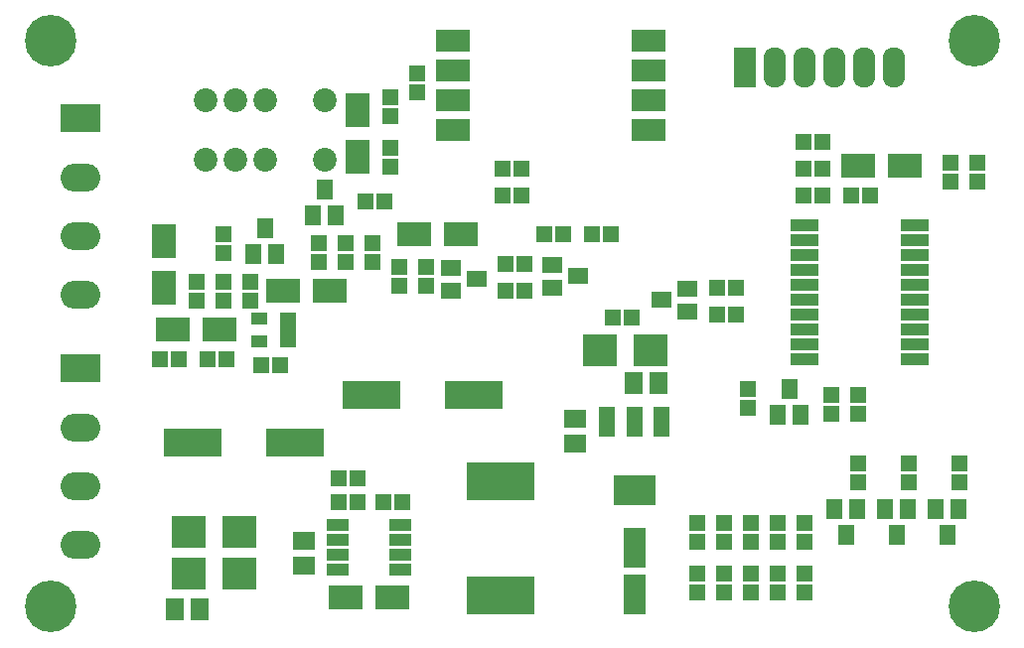
<source format=gts>
G04 #@! TF.GenerationSoftware,KiCad,Pcbnew,5.0.0-fee4fd1~66~ubuntu18.04.1*
G04 #@! TF.CreationDate,2018-12-28T16:36:32-07:00*
G04 #@! TF.ProjectId,transceiver_test,7472616E736365697665725F74657374,rev?*
G04 #@! TF.SameCoordinates,Original*
G04 #@! TF.FileFunction,Soldermask,Top*
G04 #@! TF.FilePolarity,Negative*
%FSLAX46Y46*%
G04 Gerber Fmt 4.6, Leading zero omitted, Abs format (unit mm)*
G04 Created by KiCad (PCBNEW 5.0.0-fee4fd1~66~ubuntu18.04.1) date Fri Dec 28 16:36:32 2018*
%MOMM*%
%LPD*%
G01*
G04 APERTURE LIST*
%ADD10R,1.350000X1.400000*%
%ADD11R,1.400000X1.350000*%
%ADD12R,5.000000X2.400000*%
%ADD13R,1.850000X1.550000*%
%ADD14R,1.900000X3.400000*%
%ADD15R,1.550000X1.850000*%
%ADD16R,2.100000X2.900000*%
%ADD17R,2.900000X2.100000*%
%ADD18R,2.900000X2.700000*%
%ADD19R,3.400000X2.400000*%
%ADD20O,3.400000X2.400000*%
%ADD21R,1.924000X3.448000*%
%ADD22O,1.924000X3.448000*%
%ADD23R,5.800000X3.300000*%
%ADD24R,1.400000X1.800000*%
%ADD25R,1.800000X1.400000*%
%ADD26C,2.025000*%
%ADD27R,1.400000X1.100000*%
%ADD28R,2.350000X1.000000*%
%ADD29R,2.940000X1.920000*%
%ADD30R,1.950000X1.000000*%
%ADD31R,1.350000X2.550000*%
%ADD32R,3.650000X2.550000*%
%ADD33C,4.400000*%
G04 APERTURE END LIST*
D10*
G04 #@! TO.C,C1*
X27686000Y-57721000D03*
X27686000Y-56071000D03*
G04 #@! TD*
G04 #@! TO.C,C2*
X38100000Y-52769000D03*
X38100000Y-54419000D03*
G04 #@! TD*
D11*
G04 #@! TO.C,C3*
X26225000Y-62738000D03*
X24575000Y-62738000D03*
G04 #@! TD*
D10*
G04 #@! TO.C,C4*
X42672000Y-54419000D03*
X42672000Y-52769000D03*
G04 #@! TD*
D11*
G04 #@! TO.C,C5*
X34861000Y-63246000D03*
X33211000Y-63246000D03*
G04 #@! TD*
D10*
G04 #@! TO.C,C6*
X47244000Y-54801000D03*
X47244000Y-56451000D03*
G04 #@! TD*
D11*
G04 #@! TO.C,C7*
X79439000Y-48768000D03*
X81089000Y-48768000D03*
G04 #@! TD*
D10*
G04 #@! TO.C,C8*
X74676000Y-65215000D03*
X74676000Y-66865000D03*
G04 #@! TD*
D11*
G04 #@! TO.C,C9*
X85153000Y-48768000D03*
X83503000Y-48768000D03*
G04 #@! TD*
D10*
G04 #@! TO.C,C10*
X46482000Y-38291000D03*
X46482000Y-39941000D03*
G04 #@! TD*
D12*
G04 #@! TO.C,C11*
X27400000Y-69850000D03*
X36100000Y-69850000D03*
G04 #@! TD*
D11*
G04 #@! TO.C,C12*
X45275000Y-74930000D03*
X43625000Y-74930000D03*
G04 #@! TD*
D12*
G04 #@! TO.C,C13*
X51340000Y-65786000D03*
X42640000Y-65786000D03*
G04 #@! TD*
D13*
G04 #@! TO.C,C14*
X59944000Y-69859000D03*
X59944000Y-67809000D03*
G04 #@! TD*
D14*
G04 #@! TO.C,C15*
X65024000Y-78772000D03*
X65024000Y-82772000D03*
G04 #@! TD*
D15*
G04 #@! TO.C,C16*
X65015000Y-64770000D03*
X67065000Y-64770000D03*
G04 #@! TD*
D16*
G04 #@! TO.C,D1*
X24892000Y-52610000D03*
X24892000Y-56610000D03*
G04 #@! TD*
D10*
G04 #@! TO.C,D2*
X44196000Y-40323000D03*
X44196000Y-41973000D03*
G04 #@! TD*
D16*
G04 #@! TO.C,D3*
X41402000Y-45434000D03*
X41402000Y-41434000D03*
G04 #@! TD*
D17*
G04 #@! TO.C,D4*
X39084000Y-56896000D03*
X35084000Y-56896000D03*
G04 #@! TD*
G04 #@! TO.C,D5*
X46260000Y-52070000D03*
X50260000Y-52070000D03*
G04 #@! TD*
D10*
G04 #@! TO.C,D6*
X74930000Y-76645000D03*
X74930000Y-78295000D03*
G04 #@! TD*
G04 #@! TO.C,D7*
X77216000Y-78295000D03*
X77216000Y-76645000D03*
G04 #@! TD*
G04 #@! TO.C,D8*
X79502000Y-76645000D03*
X79502000Y-78295000D03*
G04 #@! TD*
D17*
G04 #@! TO.C,D9*
X84106000Y-46228000D03*
X88106000Y-46228000D03*
G04 #@! TD*
D18*
G04 #@! TO.C,D10*
X31360000Y-77470000D03*
X27060000Y-77470000D03*
G04 #@! TD*
G04 #@! TO.C,D13*
X27060000Y-81026000D03*
X31360000Y-81026000D03*
G04 #@! TD*
D17*
G04 #@! TO.C,D14*
X44418000Y-83058000D03*
X40418000Y-83058000D03*
G04 #@! TD*
D10*
G04 #@! TO.C,D15*
X72644000Y-78295000D03*
X72644000Y-76645000D03*
G04 #@! TD*
D18*
G04 #@! TO.C,D16*
X62112000Y-61976000D03*
X66412000Y-61976000D03*
G04 #@! TD*
D10*
G04 #@! TO.C,D17*
X70358000Y-78295000D03*
X70358000Y-76645000D03*
G04 #@! TD*
D19*
G04 #@! TO.C,J1*
X17780000Y-63500000D03*
D20*
X17780000Y-68500000D03*
X17780000Y-73500000D03*
X17780000Y-78500000D03*
G04 #@! TD*
G04 #@! TO.C,J2*
X17780000Y-57164000D03*
X17780000Y-52164000D03*
X17780000Y-47164000D03*
D19*
X17780000Y-42164000D03*
G04 #@! TD*
D21*
G04 #@! TO.C,J3*
X74422000Y-37846000D03*
D22*
X76962000Y-37846000D03*
X79502000Y-37846000D03*
X82042000Y-37846000D03*
X84582000Y-37846000D03*
X87122000Y-37846000D03*
G04 #@! TD*
D23*
G04 #@! TO.C,L1*
X53594000Y-82828000D03*
X53594000Y-73128000D03*
G04 #@! TD*
D24*
G04 #@! TO.C,Q1*
X33528000Y-51562000D03*
X34478000Y-53762000D03*
X32578000Y-53762000D03*
G04 #@! TD*
G04 #@! TO.C,Q2*
X38608000Y-48260000D03*
X39558000Y-50460000D03*
X37658000Y-50460000D03*
G04 #@! TD*
G04 #@! TO.C,Q3*
X92644000Y-75524000D03*
X90744000Y-75524000D03*
X91694000Y-77724000D03*
G04 #@! TD*
D25*
G04 #@! TO.C,Q4*
X51562000Y-55880000D03*
X49362000Y-56830000D03*
X49362000Y-54930000D03*
G04 #@! TD*
G04 #@! TO.C,Q5*
X69510000Y-58608000D03*
X69510000Y-56708000D03*
X67310000Y-57658000D03*
G04 #@! TD*
D24*
G04 #@! TO.C,Q6*
X87376000Y-77724000D03*
X86426000Y-75524000D03*
X88326000Y-75524000D03*
G04 #@! TD*
D25*
G04 #@! TO.C,Q7*
X57998000Y-54676000D03*
X57998000Y-56576000D03*
X60198000Y-55626000D03*
G04 #@! TD*
D24*
G04 #@! TO.C,Q8*
X84008000Y-75524000D03*
X82108000Y-75524000D03*
X83058000Y-77724000D03*
G04 #@! TD*
D10*
G04 #@! TO.C,R1*
X29972000Y-57721000D03*
X29972000Y-56071000D03*
G04 #@! TD*
G04 #@! TO.C,R2*
X29972000Y-52007000D03*
X29972000Y-53657000D03*
G04 #@! TD*
G04 #@! TO.C,R3*
X32258000Y-56071000D03*
X32258000Y-57721000D03*
G04 #@! TD*
G04 #@! TO.C,R4*
X44196000Y-44641000D03*
X44196000Y-46291000D03*
G04 #@! TD*
D11*
G04 #@! TO.C,R5*
X42101000Y-49276000D03*
X43751000Y-49276000D03*
G04 #@! TD*
D10*
G04 #@! TO.C,R6*
X40386000Y-52769000D03*
X40386000Y-54419000D03*
G04 #@! TD*
D11*
G04 #@! TO.C,R7*
X28639000Y-62738000D03*
X30289000Y-62738000D03*
G04 #@! TD*
D10*
G04 #@! TO.C,R8*
X44958000Y-56451000D03*
X44958000Y-54801000D03*
G04 #@! TD*
G04 #@! TO.C,R9*
X92710000Y-73215000D03*
X92710000Y-71565000D03*
G04 #@! TD*
G04 #@! TO.C,R10*
X74930000Y-82613000D03*
X74930000Y-80963000D03*
G04 #@! TD*
D11*
G04 #@! TO.C,R11*
X54039000Y-56896000D03*
X55689000Y-56896000D03*
G04 #@! TD*
D10*
G04 #@! TO.C,R12*
X88392000Y-73215000D03*
X88392000Y-71565000D03*
G04 #@! TD*
D11*
G04 #@! TO.C,R13*
X55689000Y-54610000D03*
X54039000Y-54610000D03*
G04 #@! TD*
G04 #@! TO.C,R14*
X64833000Y-59182000D03*
X63183000Y-59182000D03*
G04 #@! TD*
D10*
G04 #@! TO.C,R15*
X77216000Y-82613000D03*
X77216000Y-80963000D03*
G04 #@! TD*
D11*
G04 #@! TO.C,R16*
X72073000Y-56642000D03*
X73723000Y-56642000D03*
G04 #@! TD*
D10*
G04 #@! TO.C,R17*
X84074000Y-71565000D03*
X84074000Y-73215000D03*
G04 #@! TD*
D11*
G04 #@! TO.C,R18*
X72073000Y-58928000D03*
X73723000Y-58928000D03*
G04 #@! TD*
G04 #@! TO.C,R19*
X57341000Y-52070000D03*
X58991000Y-52070000D03*
G04 #@! TD*
D10*
G04 #@! TO.C,R20*
X79502000Y-80963000D03*
X79502000Y-82613000D03*
G04 #@! TD*
D11*
G04 #@! TO.C,R21*
X63055000Y-52070000D03*
X61405000Y-52070000D03*
G04 #@! TD*
G04 #@! TO.C,R22*
X79439000Y-46482000D03*
X81089000Y-46482000D03*
G04 #@! TD*
D10*
G04 #@! TO.C,R23*
X84074000Y-67373000D03*
X84074000Y-65723000D03*
G04 #@! TD*
G04 #@! TO.C,R24*
X81788000Y-65723000D03*
X81788000Y-67373000D03*
G04 #@! TD*
D11*
G04 #@! TO.C,R25*
X81089000Y-44196000D03*
X79439000Y-44196000D03*
G04 #@! TD*
G04 #@! TO.C,R26*
X53785000Y-48768000D03*
X55435000Y-48768000D03*
G04 #@! TD*
G04 #@! TO.C,R27*
X53785000Y-46482000D03*
X55435000Y-46482000D03*
G04 #@! TD*
D10*
G04 #@! TO.C,R28*
X91948000Y-45911000D03*
X91948000Y-47561000D03*
G04 #@! TD*
G04 #@! TO.C,R29*
X94234000Y-45911000D03*
X94234000Y-47561000D03*
G04 #@! TD*
D15*
G04 #@! TO.C,R30*
X25899000Y-84074000D03*
X27949000Y-84074000D03*
G04 #@! TD*
D11*
G04 #@! TO.C,R31*
X39815000Y-74930000D03*
X41465000Y-74930000D03*
G04 #@! TD*
G04 #@! TO.C,R32*
X41465000Y-72898000D03*
X39815000Y-72898000D03*
G04 #@! TD*
D13*
G04 #@! TO.C,R33*
X36830000Y-80273000D03*
X36830000Y-78223000D03*
G04 #@! TD*
D10*
G04 #@! TO.C,R34*
X72644000Y-82613000D03*
X72644000Y-80963000D03*
G04 #@! TD*
G04 #@! TO.C,R35*
X70358000Y-80963000D03*
X70358000Y-82613000D03*
G04 #@! TD*
D26*
G04 #@! TO.C,U1*
X38608000Y-40640000D03*
X33528000Y-40640000D03*
X30988000Y-40640000D03*
X28448000Y-40640000D03*
X28448000Y-45720000D03*
X30988000Y-45720000D03*
X33528000Y-45720000D03*
X38608000Y-45720000D03*
G04 #@! TD*
D27*
G04 #@! TO.C,U2*
X35490000Y-61148000D03*
X35490000Y-60198000D03*
X35490000Y-59248000D03*
X33090000Y-59248000D03*
X33090000Y-61148000D03*
G04 #@! TD*
D28*
G04 #@! TO.C,U3*
X88902000Y-51308000D03*
X88902000Y-53848000D03*
X88902000Y-55118000D03*
X88902000Y-52578000D03*
X88902000Y-56388000D03*
X88902000Y-62738000D03*
X88902000Y-58928000D03*
X88902000Y-61468000D03*
X88902000Y-60198000D03*
X88902000Y-57658000D03*
X79502000Y-57658000D03*
X79502000Y-60198000D03*
X79502000Y-61468000D03*
X79502000Y-58928000D03*
X79502000Y-62738000D03*
X79502000Y-56388000D03*
X79502000Y-52578000D03*
X79502000Y-55118000D03*
X79502000Y-53848000D03*
X79502000Y-51308000D03*
G04 #@! TD*
D24*
G04 #@! TO.C,U4*
X77282000Y-67478000D03*
X79182000Y-67478000D03*
X78232000Y-65278000D03*
G04 #@! TD*
D29*
G04 #@! TO.C,U5*
X49530000Y-35560000D03*
X49530000Y-38100000D03*
X49530000Y-40640000D03*
X49530000Y-43180000D03*
X66290000Y-35560000D03*
X66290000Y-38100000D03*
X66290000Y-40640000D03*
X66290000Y-43180000D03*
G04 #@! TD*
D30*
G04 #@! TO.C,U6*
X45118000Y-80645000D03*
X45118000Y-79375000D03*
X45118000Y-78105000D03*
X45118000Y-76835000D03*
X39718000Y-76835000D03*
X39718000Y-78105000D03*
X39718000Y-79375000D03*
X39718000Y-80645000D03*
G04 #@! TD*
D31*
G04 #@! TO.C,U7*
X67324000Y-68072000D03*
X65024000Y-68072000D03*
X62724000Y-68072000D03*
D32*
X65024000Y-73872000D03*
G04 #@! TD*
D33*
G04 #@! TO.C,M1*
X93980000Y-83820000D03*
G04 #@! TD*
G04 #@! TO.C,M2*
X15240000Y-83820000D03*
G04 #@! TD*
G04 #@! TO.C,M3*
X93980000Y-35560000D03*
G04 #@! TD*
G04 #@! TO.C,M4*
X15240000Y-35560000D03*
G04 #@! TD*
D17*
G04 #@! TO.C,D18*
X25686000Y-60198000D03*
X29686000Y-60198000D03*
G04 #@! TD*
M02*

</source>
